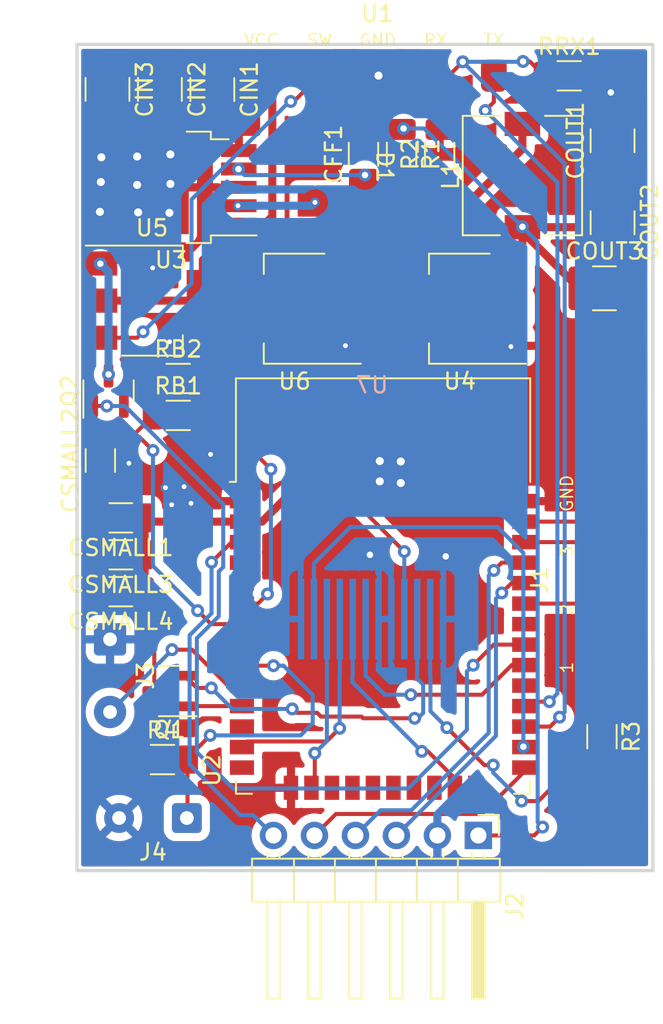
<source format=kicad_pcb>
(kicad_pcb (version 20221018) (generator pcbnew)
  (layers (0 "F.Cu" signal) (31 "B.Cu" signal) (34 "B.Paste" user) (35 "F.Paste" user) (36 "B.SilkS" user "B.Silkscreen") (37 "F.SilkS" user "F.Silkscreen") (38 "B.Mask" user) (39 "F.Mask" user) (44 "Edge.Cuts" user))
  (net 0 "")
  (net 1 "GND")
  (net 2 "Net-(CFF1-Pad1)")
  (net 3 "Net-(D1-Pad1)")
  (net 4 "Net-(R3-Pad1)")
  (net 14 "+5V")
  (net 15 "B+")
  (net 16 "+3.3V")
  (net 17 "BATTERY_VOLTAGE")
  (net 18 "BUTTON_UP")
  (net 19 "BUTTON_DOWN")
  (net 20 "BUTTON_POWER")
  (net 21 "RDX")
  (net 22 "TXD")
  (net 23 "BOOT")
  (net 24 "EN")
  (net 25 "BACKLIGHT_MCU")
  (net 26 "BACKLIGHT_DISPLAY")
  (net 27 "POWER_SWITCH")
  (net 28 "Net-(Q2-Pad3)")
  (net 29 "RX")
  (net 30 "SW")
  (net 31 "TX")
  (net 32 "+1V8")
  (net 34 "BRAKE_SIGNAL")
  (net 35 "TEMP_Sensor")
  (net 37 "SCK")
  (net 39 "SDA")
  (net 40 "CS")
  (net 42 "RST")
  (net 44 "D{slash}C")
  (footprint "KT_Display:SolderWire-1x4-buttons" (layer "F.Cu") (at 171.32 116.37 90)
    (fp_text reference "J1" (at 0 -3.87 90) (layer "F.SilkS"))
    (fp_text value "BUTTON_CONNECTOR")
    (fp_text user "1" (at -5.43 -2.19 90 unlocked) (layer "F.SilkS") (effects (font (size 0.75 0.75) (thickness 0.1))))
    (fp_text user "GND" (at 5.37 -2.19 90 unlocked) (layer "F.SilkS") (effects (font (size 0.75 0.75) (thickness 0.1))))
    (fp_text user "3" (at 1.77 -2.19 90 unlocked) (layer "F.SilkS") (effects (font (size 0.75 0.75) (thickness 0.1))))
    (fp_text user "2" (at -1.83 -2.19 90 unlocked) (layer "F.SilkS") (effects (font (size 0.75 0.75) (thickness 0.1))))
    (pad "1" smd roundrect (at -5.43 0.01 90) (size 1.6 2) (layers "F.Cu" "F.Paste" "F.Mask") (net 18 "BUTTON_UP"))
    (pad "2" smd roundrect (at -1.83 0.01 90) (size 1.6 2) (layers "F.Cu" "F.Paste" "F.Mask") (net 19 "BUTTON_DOWN"))
    (pad "3" smd roundrect (at 1.77 0.01 90) (size 1.6 2) (layers "F.Cu" "F.Mask") (net 20 "BUTTON_POWER"))
    (pad "4" smd rect (at 5.37 0.01 90) (size 1.6 2) (layers "F.Cu" "F.Paste" "F.Mask") (net 1 "GND"))
  )
  (footprint "Capacitor_SMD:C_1210_3225Metric_Pad1.33x2.70mm_HandSolder" (layer "F.Cu") (at 143.9 85.97 -90)
    (fp_text reference "CIN2" (at 0 -2.3 90) (layer "F.SilkS"))
    (fp_text value "C")
    (pad "1" smd roundrect (at -1.5625 0 270) (size 1.325 2.7) (layers "F.Cu" "F.Paste" "F.Mask") (roundrect_rratio 0.1886792453) (net 15 "B+"))
    (pad "2" smd roundrect (at 1.5625 0 270) (size 1.325 2.7) (layers "F.Cu" "F.Paste" "F.Mask") (roundrect_rratio 0.1886792453) (net 1 "GND"))
  )
  (footprint "Package_TO_SOT_SMD:SOT-223-3_TabPin2" (layer "F.Cu") (at 143.408 99.06)
    (fp_text reference "U5" (at 0 -4.5) (layer "F.SilkS"))
    (fp_text value "BTS4140N")
    (pad "1" smd rect (at -3.15 -2.3) (size 2 1.5) (layers "F.Cu" "F.Paste" "F.Mask") (net 28 "Net-(Q2-Pad3)"))
    (pad "2" smd rect (at -3.15 0) (size 2 1.5) (layers "F.Cu" "F.Paste" "F.Mask") (net 15 "B+"))
    (pad "2" smd rect (at 3.15 0) (size 2 3.8) (layers "F.Cu" "F.Paste" "F.Mask") (net 15 "B+"))
    (pad "3" smd rect (at -3.15 2.3) (size 2 1.5) (layers "F.Cu" "F.Paste" "F.Mask") (net 30 "SW"))
  )
  (footprint "Capacitor_SMD:C_1206_3216Metric" (layer "F.Cu") (at 140.208 108.966 90)
    (fp_text reference "CSMALL2" (at 0 -1.85 90) (layer "F.SilkS"))
    (fp_text value "C")
    (pad "1" smd roundrect (at -1.475 0 90) (size 1.15 1.8) (layers "F.Cu" "F.Paste" "F.Mask") (roundrect_rratio 0.2173913043) (net 1 "GND"))
    (pad "2" smd roundrect (at 1.475 0 90) (size 1.15 1.8) (layers "F.Cu" "F.Paste" "F.Mask") (roundrect_rratio 0.2173913043) (net 17 "BATTERY_VOLTAGE"))
  )
  (footprint "Capacitor_SMD:C_1206_3216Metric_Pad1.33x1.80mm_HandSolder" (layer "F.Cu") (at 156.52 89.99 90)
    (fp_text reference "CFF1" (at 0 -1.85 90) (layer "F.SilkS"))
    (fp_text value "C")
    (pad "1" smd roundrect (at -1.5625 0 90) (size 1.325 1.8) (layers "F.Cu" "F.Paste" "F.Mask") (roundrect_rratio 0.1886792453) (net 2 "Net-(CFF1-Pad1)"))
    (pad "2" smd roundrect (at 1.5625 0 90) (size 1.325 1.8) (layers "F.Cu" "F.Paste" "F.Mask") (roundrect_rratio 0.1886792453) (net 14 "+5V"))
  )
  (footprint "Capacitor_SMD:C_1210_3225Metric_Pad1.33x2.70mm_HandSolder" (layer "F.Cu") (at 140.65 85.97 -90)
    (fp_text reference "CIN3" (at 0 -2.3 90) (layer "F.SilkS"))
    (fp_text value "C")
    (pad "1" smd roundrect (at -1.5625 0 270) (size 1.325 2.7) (layers "F.Cu" "F.Paste" "F.Mask") (roundrect_rratio 0.1886792453) (net 15 "B+"))
    (pad "2" smd roundrect (at 1.5625 0 270) (size 1.325 2.7) (layers "F.Cu" "F.Paste" "F.Mask") (roundrect_rratio 0.1886792453) (net 1 "GND"))
  )
  (footprint "Connector_Wire:SolderWire-0.25sqmm_1x02_P4.2mm_D0.65mm_OD1.7mm" (layer "F.Cu") (at 145.57 131.12 180)
    (fp_text reference "J4" (at 2.1 -2.12) (layer "F.SilkS"))
    (fp_text value "THERMISTOR_CONNECTOR")
    (pad "1" thru_hole roundrect (at 0 0 180) (size 1.85 1.85) (drill 0.85) (layers "*.Cu" "*.Mask") (roundrect_rratio 0.1351351351) (net 35 "TEMP_Sensor"))
    (pad "2" thru_hole circle (at 4.2 0 180) (size 1.85 1.85) (drill 0.85) (layers "*.Cu" "*.Mask") (net 1 "GND"))
  )
  (footprint "Capacitor_SMD:C_1206_3216Metric" (layer "F.Cu") (at 141.478 117.094 180)
    (fp_text reference "CSMALL4" (at 0 -1.85) (layer "F.SilkS"))
    (fp_text value "C")
    (pad "1" smd roundrect (at -1.475 0 180) (size 1.15 1.8) (layers "F.Cu" "F.Paste" "F.Mask") (roundrect_rratio 0.2173913043) (net 16 "+3.3V"))
    (pad "2" smd roundrect (at 1.475 0 180) (size 1.15 1.8) (layers "F.Cu" "F.Paste" "F.Mask") (roundrect_rratio 0.2173913043) (net 1 "GND"))
  )
  (footprint "Capacitor_SMD:C_1210_3225Metric_Pad1.33x2.70mm_HandSolder" (layer "F.Cu") (at 171.958 94.234 -90)
    (fp_text reference "COUT2" (at 0 -2.3 90) (layer "F.SilkS"))
    (fp_text value "C")
    (pad "1" smd roundrect (at -1.5625 0 270) (size 1.325 2.7) (layers "F.Cu" "F.Paste" "F.Mask") (roundrect_rratio 0.1886792453) (net 14 "+5V"))
    (pad "2" smd roundrect (at 1.5625 0 270) (size 1.325 2.7) (layers "F.Cu" "F.Paste" "F.Mask") (roundrect_rratio 0.1886792453) (net 1 "GND"))
  )
  (footprint "Capacitor_SMD:C_1210_3225Metric_Pad1.33x2.70mm_HandSolder" (layer "F.Cu") (at 171.45 98.298)
    (fp_text reference "COUT3" (at 0 -2.3) (layer "F.SilkS"))
    (fp_text value "C")
    (pad "1" smd roundrect (at -1.5625 0) (size 1.325 2.7) (layers "F.Cu" "F.Paste" "F.Mask") (roundrect_rratio 0.1886792453) (net 14 "+5V"))
    (pad "2" smd roundrect (at 1.5625 0) (size 1.325 2.7) (layers "F.Cu" "F.Paste" "F.Mask") (roundrect_rratio 0.1886792453) (net 1 "GND"))
  )
  (footprint "KT_Display:S2M" (layer "F.Cu") (at 153.54 90.78 -90)
    (fp_text reference "D1" (at 0 -4.3 -90 unlocked) (layer "F.SilkS"))
    (fp_text value "S310")
    (pad "1" smd rect (at 2.2 0 270) (size 1.75 2.2) (layers "F.Cu" "F.Paste" "F.Mask") (net 3 "Net-(D1-Pad1)"))
    (pad "2" smd rect (at -2.2 0 270) (size 1.75 2.2) (layers "F.Cu" "F.Paste" "F.Mask") (net 1 "GND"))
  )
  (footprint "Connector_Wire:SolderWire-0.25sqmm_1x02_P4.5mm_D0.65mm_OD2mm" (layer "F.Cu") (at 140.81 120.05 -90)
    (fp_text reference "J3" (at 2.25 -2.2 90) (layer "F.SilkS"))
    (fp_text value "Conn_Brake")
    (pad "1" thru_hole roundrect (at 0 0 270) (size 2 2) (drill 0.85) (layers "*.Cu" "*.Mask") (roundrect_rratio 0.125) (net 1 "GND"))
    (pad "2" thru_hole circle (at 4.5 0 270) (size 2 2) (drill 0.85) (layers "*.Cu" "*.Mask") (net 34 "BRAKE_SIGNAL"))
  )
  (footprint "Package_TO_SOT_SMD:SOT-223-3_TabPin2" (layer "F.Cu") (at 162.49 99.56 180)
    (fp_text reference "U4" (at 0 -4.5) (layer "F.SilkS"))
    (fp_text value "NCP1117-3.3_SOT223")
    (pad "1" smd rect (at -3.15 -2.3 180) (size 2 1.5) (layers "F.Cu" "F.Paste" "F.Mask") (net 1 "GND"))
    (pad "2" smd rect (at -3.15 0 180) (size 2 1.5) (layers "F.Cu" "F.Paste" "F.Mask") (net 16 "+3.3V"))
    (pad "2" smd rect (at 3.15 0 180) (size 2 3.8) (layers "F.Cu" "F.Paste" "F.Mask") (net 16 "+3.3V"))
    (pad "3" smd rect (at -3.15 2.3 180) (size 2 1.5) (layers "F.Cu" "F.Paste" "F.Mask") (net 14 "+5V"))
  )
  (footprint "Connector_PinHeader_2.54mm:PinHeader_1x06_P2.54mm_Horizontal" (layer "F.Cu") (at 163.64 132.2 -90)
    (fp_text reference "J2" (at 4.385 -2.27 90) (layer "F.SilkS"))
    (fp_text value "Conn_Programming")
    (pad "1" thru_hole rect (at 0 0 270) (size 1.7 1.7) (drill 1) (layers "*.Cu" "*.Mask") (net 14 "+5V"))
    (pad "2" thru_hole oval (at 0 2.54 270) (size 1.7 1.7) (drill 1) (layers "*.Cu" "*.Mask") (net 1 "GND"))
    (pad "3" thru_hole oval (at 0 5.08 270) (size 1.7 1.7) (drill 1) (layers "*.Cu" "*.Mask") (net 21 "RDX"))
    (pad "4" thru_hole oval (at 0 7.62 270) (size 1.7 1.7) (drill 1) (layers "*.Cu" "*.Mask") (net 22 "TXD"))
    (pad "5" thru_hole oval (at 0 10.16 270) (size 1.7 1.7) (drill 1) (layers "*.Cu" "*.Mask") (net 23 "BOOT"))
    (pad "6" thru_hole oval (at 0 12.7 270) (size 1.7 1.7) (drill 1) (layers "*.Cu" "*.Mask") (net 24 "EN"))
  )
  (footprint "Resistor_SMD:R_1206_3216Metric_Pad1.30x1.75mm_HandSolder" (layer "F.Cu") (at 145.034 103.886)
    (fp_text reference "RB2" (at 0 -1.82) (layer "F.SilkS"))
    (fp_text value "1M")
    (pad "1" smd roundrect (at -1.55 0) (size 1.3 1.75) (layers "F.Cu" "F.Paste" "F.Mask") (roundrect_rratio 0.1923076923) (net 17 "BATTERY_VOLTAGE"))
    (pad "2" smd roundrect (at 1.55 0) (size 1.3 1.75) (layers "F.Cu" "F.Paste" "F.Mask") (roundrect_rratio 0.1923076923) (net 15 "B+"))
  )
  (footprint "Package_TO_SOT_SMD:SOT-223-3_TabPin2" (layer "F.Cu") (at 152.25 99.56 180)
    (fp_text reference "U6" (at 0 -4.5) (layer "F.SilkS"))
    (fp_text value "LM1117-1.8")
    (pad "1" smd rect (at -3.15 -2.3 180) (size 2 1.5) (layers "F.Cu" "F.Paste" "F.Mask") (net 1 "GND"))
    (pad "2" smd rect (at -3.15 0 180) (size 2 1.5) (layers "F.Cu" "F.Paste" "F.Mask") (net 32 "+1V8"))
    (pad "2" smd rect (at 3.15 0 180) (size 2 3.8) (layers "F.Cu" "F.Paste" "F.Mask") (net 32 "+1V8"))
    (pad "3" smd rect (at -3.15 2.3 180) (size 2 1.5) (layers "F.Cu" "F.Paste" "F.Mask") (net 16 "+3.3V"))
  )
  (footprint "Capacitor_SMD:C_1206_3216Metric" (layer "F.Cu") (at 141.478 114.808 180)
    (fp_text reference "CSMALL3" (at 0 -1.85) (layer "F.SilkS"))
    (fp_text value "C")
    (pad "1" smd roundrect (at -1.475 0 180) (size 1.15 1.8) (layers "F.Cu" "F.Paste" "F.Mask") (roundrect_rratio 0.2173913043) (net 16 "+3.3V"))
    (pad "2" smd roundrect (at 1.475 0 180) (size 1.15 1.8) (layers "F.Cu" "F.Paste" "F.Mask") (roundrect_rratio 0.2173913043) (net 1 "GND"))
  )
  (footprint "Resistor_SMD:R_1206_3216Metric_Pad1.30x1.75mm_HandSolder" (layer "F.Cu") (at 158.88 90 -90)
    (fp_text reference "R1" (at 0 -1.82 90) (layer "F.SilkS"))
    (fp_text value "30K")
    (pad "1" smd roundrect (at -1.55 0 270) (size 1.3 1.75) (layers "F.Cu" "F.Paste" "F.Mask") (roundrect_rratio 0.1923076923) (net 14 "+5V"))
    (pad "2" smd roundrect (at 1.55 0 270) (size 1.3 1.75) (layers "F.Cu" "F.Paste" "F.Mask") (roundrect_rratio 0.1923076923) (net 2 "Net-(CFF1-Pad1)"))
  )
  (footprint "Resistor_SMD:R_1206_3216Metric_Pad1.30x1.75mm_HandSolder" (layer "F.Cu") (at 169.27 85.13)
    (fp_text reference "RRX1" (at 0 -1.82) (layer "F.SilkS"))
    (fp_text value "3.3k")
    (pad "1" smd roundrect (at -1.55 0) (size 1.3 1.75) (layers "F.Cu" "F.Paste" "F.Mask") (roundrect_rratio 0.1923076923) (net 29 "RX"))
    (pad "2" smd roundrect (at 1.55 0) (size 1.3 1.75) (layers "F.Cu" "F.Paste" "F.Mask") (roundrect_rratio 0.1923076923) (net 1 "GND"))
  )
  (footprint "Capacitor_SMD:C_1210_3225Metric_Pad1.33x2.70mm_HandSolder" (layer "F.Cu") (at 171.958 89.154 90)
    (fp_text reference "COUT1" (at 0 -2.3 90) (layer "F.SilkS"))
    (fp_text value "C")
    (pad "1" smd roundrect (at -1.5625 0 90) (size 1.325 2.7) (layers "F.Cu" "F.Paste" "F.Mask") (roundrect_rratio 0.1886792453) (net 14 "+5V"))
    (pad "2" smd roundrect (at 1.5625 0 90) (size 1.325 2.7) (layers "F.Cu" "F.Paste" "F.Mask") (roundrect_rratio 0.1886792453) (net 1 "GND"))
  )
  (footprint "Resistor_SMD:R_1206_3216Metric_Pad1.30x1.75mm_HandSolder" (layer "F.Cu") (at 144.06 127.5)
    (fp_text reference "R4" (at 0 -1.82) (layer "F.SilkS"))
    (fp_text value "10K")
    (pad "1" smd roundrect (at -1.55 0) (size 1.3 1.75) (layers "F.Cu" "F.Paste" "F.Mask") (roundrect_rratio 0.1923076923) (net 16 "+3.3V"))
    (pad "2" smd roundrect (at 1.55 0) (size 1.3 1.75) (layers "F.Cu" "F.Paste" "F.Mask") (roundrect_rratio 0.1923076923) (net 35 "TEMP_Sensor"))
  )
  (footprint "Package_TO_SOT_SMD:TO-252-5_TabPin3" (layer "F.Cu") (at 144.59 92.04 180)
    (fp_text reference "U3" (at 0 -4.5) (layer "F.SilkS"))
    (fp_text value "XL7015E1")
    (pad "1" smd rect (at -4.2 -2.28 180) (size 2.2 0.8) (layers "F.Cu" "F.Paste" "F.Mask") (net 15 "B+"))
    (pad "2" smd rect (at -4.2 -1.14 180) (size 2.2 0.8) (layers "F.Cu" "F.Paste" "F.Mask") (net 3 "Net-(D1-Pad1)"))
    (pad "3" smd rect (at -4.2 0 180) (size 2.2 0.8) (layers "F.Cu" "F.Paste" "F.Mask") (net 1 "GND"))
    (pad "3" smd rect (at 2.1 0 180) (size 6.4 5.8) (layers "F.Cu" "F.Mask") (net 1 "GND"))
    (pad "4" smd rect (at -4.2 1.14 180) (size 2.2 0.8) (layers "F.Cu" "F.Paste" "F.Mask") (net 2 "Net-(CFF1-Pad1)"))
    (pad "5" smd rect (at -4.2 2.28 180) (size 2.2 0.8) (layers "F.Cu" "F.Paste" "F.Mask") (net 1 "GND"))
  )
  (footprint "Capacitor_SMD:C_1210_3225Metric_Pad1.33x2.70mm_HandSolder" (layer "F.Cu") (at 147.15 85.98 -90)
    (fp_text reference "CIN1" (at 0 -2.3 90) (layer "F.SilkS"))
    (fp_text value "C")
    (pad "1" smd roundrect (at -1.5625 0 270) (size 1.325 2.7) (layers "F.Cu" "F.Paste" "F.Mask") (roundrect_rratio 0.1886792453) (net 15 "B+"))
    (pad "2" smd roundrect (at 1.5625 0 270) (size 1.325 2.7) (layers "F.Cu" "F.Paste" "F.Mask") (roundrect_rratio 0.1886792453) (net 1 "GND"))
  )
  (footprint "Inductor_SMD:L_7.3x7.3_H3.5" (layer "F.Cu") (at 166.37 91.31 90)
    (fp_text reference "L1" (at 0 -4.45 90) (layer "F.SilkS"))
    (fp_text value "L")
    (pad "1" smd rect (at -3.2 0 90) (size 1.5 2.2) (layers "F.Cu" "F.Paste" "F.Mask") (net 14 "+5V"))
    (pad "2" smd rect (at 3.2 0 90) (size 1.5 2.2) (layers "F.Cu" "F.Paste" "F.Mask") (net 3 "Net-(D1-Pad1)"))
  )
  (footprint "Package_TO_SOT_SMD:SOT-23" (layer "F.Cu") (at 144.49 123.25 180)
    (fp_text reference "Q1" (at 0 -2.4) (layer "F.SilkS"))
    (fp_text value "BSS123")
    (pad "1" smd roundrect (at -0.9375 -0.95 180) (size 1.475 0.6) (layers "F.Cu" "F.Paste" "F.Mask") (net 25 "BACKLIGHT_MCU"))
    (pad "2" smd roundrect (at -0.9375 0.95 180) (size 1.475 0.6) (layers "F.Cu" "F.Paste" "F.Mask") (net 26 "BACKLIGHT_DISPLAY"))
    (pad "3" smd roundrect (at 0.9375 0 180) (size 1.475 0.6) (layers "F.Cu" "F.Paste" "F.Mask") (net 16 "+3.3V"))
  )
  (footprint "KT_Display:SolderWire-1x5-display" (layer "F.Cu") (at 157.38 85.18)
    (fp_text reference "U1" (at 0.01 -3.9) (layer "F.SilkS"))
    (fp_text value "Connection_Display")
    (fp_text user "RX" (at 3.62 -2.26 unlocked) (layer "F.SilkS") (effects (font (size 0.75 0.75) (thickness 0.1))))
    (fp_text user "SW" (at -3.58 -2.26 unlocked) (layer "F.SilkS") (effects (font (size 0.75 0.75) (thickness 0.1))))
    (fp_text user "TX" (at 7.22 -2.26 unlocked) (layer "F.SilkS") (effects (font (size 0.75 0.75) (thickness 0.1))))
    (fp_text user "GND" (at 0.02 -2.26 unlocked) (layer "F.SilkS") (effects (font (size 0.75 0.75) (thickness 0.1))))
    (fp_text user "VCC" (at -7.18 -2.26 unlocked) (layer "F.SilkS") (effects (font (size 0.75 0.75) (thickness 0.1))))
    (pad "1" smd roundrect (at -7.18 -0.06) (size 1.6 2) (layers "F.Cu" "F.Paste" "F.Mask") (net 15 "B+"))
    (pad "2" smd roundrect (at -3.58 -0.06) (size 1.6 2) (layers "F.Cu" "F.Paste" "F.Mask") (net 30 "SW"))
    (pad "3" smd rect (at 0.02 -0.06) (size 1.6 2) (layers "F.Cu" "F.Paste" "F.Mask") (net 1 "GND"))
    (pad "4" smd roundrect (at 3.62 -0.06) (size 1.6 2) (layers "F.Cu" "F.Paste" "F.Mask") (net 29 "RX"))
    (pad "5" smd roundrect (at 7.22 -0.06) (size 1.6 2) (layers "F.Cu" "F.Paste" "F.Mask") (net 31 "TX"))
  )
  (footprint "Resistor_SMD:R_1206_3216Metric_Pad1.30x1.75mm_HandSolder" (layer "F.Cu") (at 171.3 126.08 -90)
    (fp_text reference "R3" (at 0 -1.82 90) (layer "F.SilkS"))
    (fp_text value "5R0")
    (pad "1" smd roundrect (at -1.55 0 270) (size 1.3 1.75) (layers "F.Cu" "F.Paste" "F.Mask") (roundrect_rratio 0.1923076923) (net 4 "Net-(R3-Pad1)"))
    (pad "2" smd roundrect (at 1.55 0 270) (size 1.3 1.75) (layers "F.Cu" "F.Paste" "F.Mask") (roundrect_rratio 0.1923076923) (net 1 "GND"))
  )
  (footprint "RF_Module:ESP32-WROOM-32" (layer "F.Cu") (at 157.734 119.735)
    (fp_text reference "U2" (at -10.61 8.43 90) (layer "F.SilkS"))
    (fp_text value "ESP32-WROOM-32D")
    (pad "1" smd rect (at -8.75 -8.25) (size 1.5 0.9) (layers "F.Cu" "F.Paste" "F.Mask") (net 1 "GND"))
    (pad "2" smd rect (at -8.75 -6.98) (size 1.5 0.9) (layers "F.Cu" "F.Paste" "F.Mask") (net 16 "+3.3V"))
    (pad "3" smd rect (at -8.75 -5.71) (size 1.5 0.9) (layers "F.Cu" "F.Paste" "F.Mask") (net 24 "EN"))
    (pad "4" smd rect (at -8.75 -4.44) (size 1.5 0.9) (layers "F.Cu" "F.Paste" "F.Mask"))
    (pad "5" smd rect (at -8.75 -3.17) (size 1.5 0.9) (layers "F.Cu" "F.Paste" "F.Mask"))
    (pad "6" smd rect (at -8.75 -1.9) (size 1.5 0.9) (layers "F.Cu" "F.Paste" "F.Mask") (net 32 "+1V8"))
    (pad "7" smd rect (at -8.75 -0.63) (size 1.5 0.9) (layers "F.Cu" "F.Paste" "F.Mask") (net 17 "BATTERY_VOLTAGE"))
    (pad "8" smd rect (at -8.75 0.64) (size 1.5 0.9) (layers "F.Cu" "F.Paste" "F.Mask"))
    (pad "9" smd rect (at -8.75 1.91) (size 1.5 0.9) (layers "F.Cu" "F.Paste" "F.Mask") (net 35 "TEMP_Sensor"))
    (pad "10" smd rect (at -8.75 3.18) (size 1.5 0.9) (layers "F.Cu" "F.Paste" "F.Mask") (net 34 "BRAKE_SIGNAL"))
    (pad "11" smd rect (at -8.75 4.45) (size 1.5 0.9) (layers "F.Cu" "F.Paste" "F.Mask") (net 25 "BACKLIGHT_MCU"))
    (pad "12" smd rect (at -8.75 5.72) (size 1.5 0.9) (layers "F.Cu" "F.Paste" "F.Mask"))
    (pad "13" smd rect (at -8.75 6.99) (size 1.5 0.9) (layers "F.Cu" "F.Paste" "F.Mask") (net 37 "SCK"))
    (pad "14" smd rect (at -8.75 8.26) (size 1.5 0.9) (layers "F.Cu" "F.Paste" "F.Mask"))
    (pad "15" smd rect (at -5.71 9.51 90) (size 1.5 0.9) (layers "F.Cu" "F.Paste" "F.Mask") (net 1 "GND"))
    (pad "16" smd rect (at -4.44 9.51 90) (size 1.5 0.9) (layers "F.Cu" "F.Paste" "F.Mask") (net 39 "SDA"))
    (pad "17" smd rect (at -3.17 9.51 90) (size 1.5 0.9) (layers "F.Cu" "F.Paste" "F.Mask"))
    (pad "18" smd rect (at -1.9 9.51 90) (size 1.5 0.9) (layers "F.Cu" "F.Paste" "F.Mask"))
    (pad "19" smd rect (at -0.63 9.51 90) (size 1.5 0.9) (layers "F.Cu" "F.Paste" "F.Mask"))
    (pad "20" smd rect (at 0.64 9.51 90) (size 1.5 0.9) (layers "F.Cu" "F.Paste" "F.Mask"))
    (pad "21" smd rect (at 1.91 9.51 90) (size 1.5 0.9) (layers "F.Cu" "F.Paste" "F.Mask"))
    (pad "22" smd rect (at 3.18 9.51 90) (size 1.5 0.9) (layers "F.Cu" "F.Paste" "F.Mask"))
    (pad "23" smd rect (at 4.45 9.51 90) (size 1.5 0.9) (layers "F.Cu" "F.Paste" "F.Mask") (net 40 "CS"))
    (pad "24" smd rect (at 5.72 9.51 90) (size 1.5 0.9) (layers "F.Cu" "F.Paste" "F.Mask"))
    (pad "25" smd rect (at 8.75 8.26) (size 1.5 0.9) (layers "F.Cu" "F.Paste" "F.Mask") (net 23 "BOOT"))
    (pad "26" smd rect (at 8.75 6.99) (size 1.5 0.9) (layers "F.Cu" "F.Paste" "F.Mask") (net 42 "RST"))
    (pad "27" smd rect (at 8.75 5.72) (size 1.5 0.9) (layers "F.Cu" "F.Paste" "F.Mask") (net 29 "RX"))
    (pad "28" smd rect (at 8.75 4.45) (size 1.5 0.9) (layers "F.Cu" "F.Paste" "F.Mask") (net 31 "TX"))
    (pad "29" smd rect (at 8.75 3.18) (size 1.5 0.9) (layers "F.Cu" "F.Paste" "F.Mask"))
    (pad "30" smd rect (at 8.75 1.91) (size 1.5 0.9) (layers "F.Cu" "F.Paste" "F.Mask") (net 44 "D{slash}C"))
    (pad "31" smd rect (at 8.75 0.64) (size 1.5 0.9) (layers "F.Cu" "F.Paste" "F.Mask") (net 27 "POWER_SWITCH"))
    (pad "32" smd rect (at 8.75 -0.63) (size 1.5 0.9) (layers "F.Cu" "F.Paste" "F.Mask"))
    (pad "33" smd rect (at 8.75 -1.9) (size 1.5 0.9) (layers "F.Cu" "F.Paste" "F.Mask") (net 19 "BUTTON_DOWN"))
    (pad "34" smd rect (at 8.75 -3.17) (size 1.5 0.9) (layers "F.Cu" "F.Paste" "F.Mask") (net 21 "RDX"))
    (pad "35" smd rect (at 8.75 -4.44) (size 1.5 0.9) (layers "F.Cu" "F.Paste" "F.Mask") (net 22 "TXD"))
    (pad "36" smd rect (at 8.75 -5.71) (size 1.5 0.9) (layers "F.Cu" "F.Paste" "F.Mask") (net 20 "BUTTON_POWER"))
    (pad "37" smd rect (at 8.75 -6.98) (size 1.5 0.9) (layers "F.Cu" "F.Paste" "F.Mask") (net 18 "BUTTON_UP"))
    (pad "38" smd rect (at 8.75 -8.25) (size 1.5 0.9) (layers "F.Cu" "F.Paste" "F.Mask") (net 1 "GND"))
  )
  (footprint "Resistor_SMD:R_1206_3216Metric_Pad1.30x1.75mm_HandSolder" (layer "F.Cu") (at 161.24 90 90)
    (fp_text reference "R2" (at 0 -1.82 90) (layer "F.SilkS"))
    (fp_text value "10K")
    (pad "1" smd roundrect (at -1.55 0 90) (size 1.3 1.75) (layers "F.Cu" "F.Paste" "F.Mask") (roundrect_rratio 0.1923076923) (net 2 "Net-(CFF1-Pad1)"))
    (pad "2" smd roundrect (at 1.55 0 90) (size 1.3 1.75) (layers "F.Cu" "F.Paste" "F.Mask") (roundrect_rratio 0.1923076923) (net 1 "GND"))
  )
  (footprint "Package_TO_SOT_SMD:SOT-23" (layer "F.Cu") (at 140.716 104.648 90)
    (fp_text reference "Q2" (at 0 -2.4 90) (layer "F.SilkS"))
    (fp_text value "BSS123")
    (pad "1" smd roundrect (at -0.9375 -0.95 90) (size 1.475 0.6) (layers "F.Cu" "F.Paste" "F.Mask") (net 27 "POWER_SWITCH"))
    (pad "2" smd roundrect (at -0.9375 0.95 90) (size 1.475 0.6) (layers "F.Cu" "F.Paste" "F.Mask") (net 1 "GND"))
    (pad "3" smd roundrect (at 0.9375 0 90) (size 1.475 0.6) (layers "F.Cu" "F.Paste" "F.Mask") (net 28 "Net-(Q2-Pad3)"))
  )
  (footprint "Capacitor_SMD:C_1206_3216Metric" (layer "F.Cu") (at 141.478 112.522 180)
    (fp_text reference "CSMALL1" (at 0 -1.85) (layer "F.SilkS"))
    (fp_text value "C")
    (pad "1" smd roundrect (at -1.475 0 180) (size 1.15 1.8) (layers "F.Cu" "F.Paste" "F.Mask") (roundrect_rratio 0.2173913043) (net 16 "+3.3V"))
    (pad "2" smd roundrect (at 1.475 0 180) (size 1.15 1.8) (layers "F.Cu" "F.Paste" "F.Mask") (roundrect_rratio 0.2173913043) (net 1 "GND"))
  )
  (footprint "Resistor_SMD:R_1206_3216Metric_Pad1.30x1.75mm_HandSolder" (layer "F.Cu") (at 145.034 106.172)
    (fp_text reference "RB1" (at 0 -1.82) (layer "F.SilkS"))
    (fp_text value "56k")
    (pad "1" smd roundrect (at -1.55 0) (size 1.3 1.75) (layers "F.Cu" "F.Paste" "F.Mask") (roundrect_rratio 0.1923076923) (net 17 "BATTERY_VOLTAGE"))
    (pad "2" smd roundrect (at 1.55 0) (size 1.3 1.75) (layers "F.Cu" "F.Paste" "F.Mask") (roundrect_rratio 0.1923076923) (net 1 "GND"))
  )
  (footprint "OSKD:ST7789V2" (layer "B.Cu") (at 157.05 118.79 180)
    (fp_text reference "U7" (at 0 14.5 unlocked) (layer "B.SilkS") (effects (justify mirror)))
    (fp_text value "ST7789VS")
    (pad "1" smd rect (at -4.4 0 180) (size 0.4 5) (layers "B.Cu" "B.Paste" "B.Mask") (net 1 "GND"))
    (pad "1" smd rect (at -1.2 0 180) (size 0.4 5) (layers "B.Cu" "B.Paste" "B.Mask") (net 1 "GND"))
    (pad "1" smd rect (at -0.4 0 180) (size 0.4 5) (layers "B.Cu" "B.Paste" "B.Mask") (net 1 "GND"))
    (pad "1" smd rect (at 4.4 0 180) (size 0.4 5) (layers "B.Cu" "B.Paste" "B.Mask") (net 1 "GND"))
    (pad "2" smd rect (at -3.6 0 180) (size 0.4 5) (layers "B.Cu" "B.Paste" "B.Mask") (net 4 "Net-(R3-Pad1)"))
    (pad "3" smd rect (at -2.8 0 180) (size 0.4 5) (layers "B.Cu" "B.Paste" "B.Mask") (net 26 "BACKLIGHT_DISPLAY"))
    (pad "4" smd rect (at -2 0 180) (size 0.4 5) (layers "B.Cu" "B.Paste" "B.Mask") (net 16 "+3.3V"))
    (pad "5" smd rect (at 0.4 0 180) (size 0.4 5) (layers "B.Cu" "B.Paste" "B.Mask") (net 44 "D{slash}C"))
    (pad "6" smd rect (at 1.2 0 180) (size 0.4 5) (layers "B.Cu" "B.Paste" "B.Mask") (net 40 "CS"))
    (pad "7" smd rect (at 2 0 180) (size 0.4 5) (layers "B.Cu" "B.Paste" "B.Mask") (net 37 "SCK"))
    (pad "8" smd rect (at 2.8 0 180) (size 0.4 5) (layers "B.Cu" "B.Paste" "B.Mask") (net 39 "SDA"))
    (pad "9" smd rect (at 3.6 0 180) (size 0.4 5) (layers "B.Cu" "B.Paste" "B.Mask") (net 42 "RST"))
  )
  (gr_rect (start 138.76 83.18) (end 174.46 134.38) (stroke (width 0.2)) (fill none) (layer "Edge.Cuts"))
  (segment (start 173.0125 96.851) (end 171.958 95.7965) (width 0.25) (layer "F.Cu") (net 1))
  (segment (start 142.49 92.04) (end 142.49 91.89) (width 0.5) (layer "F.Cu") (net 1))
  (segment (start 142.49 91.89) (end 142.49 90.13) (width 0.5) (layer "F.Cu") (net 1))
  (segment (start 171.85 86.16) (end 171.958 86.268) (width 0.25) (layer "F.Cu") (net 1))
  (segment (start 142.49 89.3725) (end 140.65 87.5325) (width 0.5) (layer "F.Cu") (net 1))
  (segment (start 142.49 90.13) (end 142.49 89.3725) (width 0.5) (layer "F.Cu") (net 1))
  (segment (start 170.82 85.13) (end 171.85 86.16) (width 0.25) (layer "F.Cu") (net 1))
  (segment (start 173.0125 98.298) (end 173.0125 96.851) (width 0.25) (layer "F.Cu") (net 1))
  (segment (start 171.958 86.268) (end 171.958 87.5915) (width 0.25) (layer "F.Cu") (net 1))
  (via (at 155.4 101.85) (size 0.6) (drill 0.3) (layers "F.Cu" "B.Cu") (net 1))
  (via (at 171.85 86.16) (size 0.8) (drill 0.4) (layers "F.Cu" "B.Cu") (net 1))
  (via (at 141.98 109.14) (size 0.6) (drill 0.3) (layers "F.Cu" "B.Cu") (net 1))
  (via (at 140.27 90.18) (size 1) (drill 0.5) (layers "F.Cu" "B.Cu") (net 1))
  (via (at 158.83 109.03) (size 1) (drill 0.5) (layers "F.Cu" "B.Cu") (net 1))
  (via (at 165.66 101.91) (size 0.6) (drill 0.3) (layers "F.Cu" "B.Cu") (net 1))
  (via (at 142.49 90.13) (size 1) (drill 0.5) (layers "F.Cu" "B.Cu") (net 1))
  (via (at 157.45 85.12) (size 1) (drill 0.5) (layers "F.Cu" "B.Cu") (net 1))
  (via (at 144.49 93.62) (size 1) (drill 0.5) (layers "F.Cu" "B.Cu") (net 1))
  (via (at 144.55 91.83) (size 1) (drill 0.5) (layers "F.Cu" "B.Cu") (net 1))
  (via (at 142.49 91.89) (size 1) (drill 0.5) (layers "F.Cu" "B.Cu") (net 1))
  (via (at 157.53 110.26) (size 1) (drill 0.5) (layers "F.Cu" "B.Cu") (net 1))
  (via (at 144.55 90) (size 1) (drill 0.5) (layers "F.Cu" "B.Cu") (net 1))
  (via (at 140.18 93.56) (size 1) (drill 0.5) (layers "F.Cu" "B.Cu") (net 1))
  (via (at 143.45 97.03) (size 0.6) (drill 0.3) (layers "F.Cu" "B.Cu") (net 1))
  (via (at 161.62 114.91) (size 0.8) (drill 0.4) (layers "F.Cu" "B.Cu") (net 1))
  (via (at 145.4 110.59) (size 0.6) (drill 0.3) (layers "F.Cu" "B.Cu") (net 1))
  (via (at 144.63 111.71) (size 0.6) (drill 0.3) (layers "F.Cu" "B.Cu") (net 1))
  (via (at 156.92 114.81) (size 0.8) (drill 0.4) (layers "F.Cu" "B.Cu") (net 1))
  (via (at 145.83 111.62) (size 0.6) (drill 0.3) (layers "F.Cu" "B.Cu") (net 1))
  (via (at 140.24 91.71) (size 1) (drill 0.5) (layers "F.Cu" "B.Cu") (net 1))
  (via (at 147.04 108.59) (size 0.6) (drill 0.3) (layers "F.Cu" "B.Cu") (net 1))
  (via (at 144.5 101.61) (size 0.6) (drill 0.3) (layers "F.Cu" "B.Cu") (net 1))
  (via (at 157.53 109) (size 1) (drill 0.5) (layers "F.Cu" "B.Cu") (net 1))
  (via (at 144.24 110.65) (size 0.6) (drill 0.3) (layers "F.Cu" "B.Cu") (net 1))
  (via (at 158.83 110.36) (size 1) (drill 0.5) (layers "F.Cu" "B.Cu") (net 1))
  (via (at 142.55 93.59) (size 1) (drill 0.5) (layers "F.Cu" "B.Cu") (net 1))
  (segment (start 158.25 116.14) (end 156.92 114.81) (width 0.25) (layer "B.Cu") (net 1))
  (segment (start 158.25 118.79) (end 158.25 116.14) (width 0.25) (layer "B.Cu") (net 1))
  (segment (start 161.45 118.79) (end 161.45 115.08) (width 0.25) (layer "B.Cu") (net 1))
  (segment (start 161.45 115.08) (end 161.62 114.91) (width 0.25) (layer "B.Cu") (net 1))
  (segment (start 156.61 91.28) (end 156.63 91.26) (width 0.25) (layer "F.Cu") (net 2))
  (segment (start 158.88 91.55) (end 161.24 91.55) (width 0.25) (layer "F.Cu") (net 2))
  (segment (start 156.63 91.26) (end 159.15 91.26) (width 0.25) (layer "F.Cu") (net 2))
  (via (at 156.61 91.28) (size 0.8) (drill 0.4) (layers "F.Cu" "B.Cu") (net 2))
  (via (at 148.77 90.91) (size 0.8) (drill 0.4) (layers "F.Cu" "B.Cu") (net 2))
  (segment (start 156.61 91.28) (end 149.14 91.28) (width 0.25) (layer "B.Cu") (net 2))
  (segment (start 149.14 91.28) (end 148.77 90.91) (width 0.25) (layer "B.Cu") (net 2))
  (segment (start 153.54 92.98) (end 163.052 92.98) (width 0.5) (layer "F.Cu") (net 3))
  (segment (start 163.052 92.98) (end 166.37 89.662) (width 0.5) (layer "F.Cu") (net 3))
  (segment (start 166.37 89.662) (end 166.37 88.11) (width 0.5) (layer "F.Cu") (net 3))
  (via (at 148.74 93.18) (size 0.6) (drill 0.3) (layers "F.Cu" "B.Cu") (net 3))
  (via (at 153.51 92.97) (size 0.6) (drill 0.3) (layers "F.Cu" "B.Cu") (net 3))
  (segment (start 153.3 93.18) (end 153.51 92.97) (width 0.5) (layer "B.Cu") (net 3))
  (segment (start 148.74 93.18) (end 153.3 93.18) (width 0.5) (layer "B.Cu") (net 3))
  (segment (start 164.01 127.84) (end 164.56 127.84) (width 0.25) (layer "F.Cu") (net 4))
  (segment (start 167.36 130.07) (end 168.96 128.47) (width 0.25) (layer "F.Cu") (net 4))
  (segment (start 168.96 128.47) (end 168.96 126.87) (width 0.25) (layer "F.Cu") (net 4))
  (segment (start 168.96 126.87) (end 171.3 124.53) (width 0.25) (layer "F.Cu") (net 4))
  (segment (start 161.69 125.52) (end 164.01 127.84) (width 0.25) (layer "F.Cu") (net 4))
  (segment (start 166.32 130.07) (end 167.36 130.07) (width 0.25) (layer "F.Cu") (net 4))
  (via (at 164.56 127.84) (size 0.8) (drill 0.4) (layers "F.Cu" "B.Cu") (net 4))
  (via (at 161.69 125.52) (size 0.8) (drill 0.4) (layers "F.Cu" "B.Cu") (net 4))
  (via (at 166.32 130.07) (size 0.8) (drill 0.4) (layers "F.Cu" "B.Cu") (net 4))
  (segment (start 160.65 118.79) (end 160.65 122.28) (width 0.25) (layer "B.Cu") (net 4))
  (segment (start 160.65 122.28) (end 160.67 122.3) (width 0.25) (layer "B.Cu") (net 4))
  (segment (start 160.67 124.5) (end 161.69 125.52) (width 0.25) (layer "B.Cu") (net 4))
  (segment (start 160.67 122.3) (end 160.67 124.5) (width 0.25) (layer "B.Cu") (net 4))
  (segment (start 164.56 128.31) (end 166.32 130.07) (width 0.25) (layer "B.Cu") (net 4))
  (segment (start 164.56 127.84) (end 164.56 128.31) (width 0.25) (layer "B.Cu") (net 4))
  (segment (start 167.1 132.2) (end 167.62 131.68) (width 0.25) (layer "F.Cu") (net 14))
  (segment (start 163.64 132.2) (end 167.1 132.2) (width 0.25) (layer "F.Cu") (net 14))
  (segment (start 170.1195 94.51) (end 166.37 94.51) (width 0.5) (layer "F.Cu") (net 14))
  (segment (start 166.37 94.51) (end 166.37 96.53) (width 0.5) (layer "F.Cu") (net 14))
  (segment (start 166.37 94.7805) (end 169.8875 98.298) (width 0.5) (layer "F.Cu") (net 14))
  (segment (start 166.37 96.53) (end 165.64 97.26) (width 0.5) (layer "F.Cu") (net 14))
  (segment (start 166.37 94.51) (end 166.37 94.7805) (width 0.5) (layer "F.Cu") (net 14))
  (segment (start 159.004 88.392) (end 156.5555 88.392) (width 0.25) (layer "F.Cu") (net 14))
  (segment (start 156.5555 88.392) (end 156.52 88.4275) (width 0.25) (layer "F.Cu") (net 14))
  (segment (start 171.958 92.6715) (end 170.1195 94.51) (width 0.5) (layer "F.Cu") (net 14))
  (segment (start 171.958 90.7165) (end 171.958 92.6715) (width 0.5) (layer "F.Cu") (net 14))
  (via (at 159.004 88.392) (size 0.8) (drill 0.4) (layers "F.Cu" "B.Cu") (net 14))
  (via (at 167.62 131.68) (size 0.8) (drill 0.4) (layers "F.Cu" "B.Cu") (net 14))
  (via (at 166.37 94.488) (size 0.8) (drill 0.4) (layers "F.Cu" "B.Cu") (net 14))
  (segment (start 166.37 94.488) (end 160.274 88.392) (width 0.25) (layer "B.Cu") (net 14))
  (segment (start 167.315 95.433) (end 166.37 94.488) (width 0.25) (layer "B.Cu") (net 14))
  (segment (start 167.315 131.375) (end 167.315 95.433) (width 0.25) (layer "B.Cu") (net 14))
  (segment (start 167.62 131.68) (end 167.315 131.375) (width 0.25) (layer "B.Cu") (net 14))
  (segment (start 160.274 88.392) (end 159.004 88.392) (width 0.25) (layer "B.Cu") (net 14))
  (segment (start 143.9 84.4075) (end 147.14 84.4075) (width 0.5) (layer "F.Cu") (net 15))
  (segment (start 140.258 99.06) (end 146.558 99.06) (width 0.5) (layer "F.Cu") (net 15))
  (segment (start 146.584 103.886) (end 146.558 103.86) (width 0.25) (layer "F.Cu") (net 15))
  (segment (start 147.15 84.4175) (end 149.4975 84.4175) (width 0.5) (layer "F.Cu") (net 15))
  (segment (start 146.558 103.86) (end 146.558 99.06) (width 0.25) (layer "F.Cu") (net 15))
  (segment (start 140.65 84.4075) (end 143.9 84.4075) (width 0.5) (layer "F.Cu") (net 15))
  (segment (start 150.87 85.79) (end 150.2 85.12) (width 0.5) (layer "F.Cu") (net 15))
  (segment (start 149.4975 84.4175) (end 150.2 85.12) (width 0.5) (layer "F.Cu") (net 15))
  (segment (start 148.79 94.32) (end 150.39 94.32) (width 0.5) (layer "F.Cu") (net 15))
  (segment (start 150.87 93.84) (end 150.87 85.79) (width 0.5) (layer "F.Cu") (net 15))
  (segment (start 146.558 96.552) (end 148.79 94.32) (width 0.5) (layer "F.Cu") (net 15))
  (segment (start 146.558 99.06) (end 146.558 96.552) (width 0.5) (layer "F.Cu") (net 15))
  (segment (start 147.14 84.4075) (end 147.15 84.4175) (width 0.5) (layer "F.Cu") (net 15))
  (segment (start 150.39 94.32) (end 150.87 93.84) (width 0.5) (layer "F.Cu") (net 15))
  (segment (start 142.953 117.094) (end 142.953 114.808) (width 0.5) (layer "F.Cu") (net 16))
  (segment (start 157.07 97.26) (end 155.4 97.26) (width 0.5) (layer "F.Cu") (net 16))
  (segment (start 159.34 103.649) (end 153.7395 109.2495) (width 0.5) (layer "F.Cu") (net 16))
  (segment (start 142.51 124.2925) (end 143.5525 123.25) (width 0.25) (layer "F.Cu") (net 16))
  (segment (start 165.64 99.56) (end 159.34 99.56) (width 0.5) (layer "F.Cu") (net 16))
  (segment (start 142.51 127.41) (end 142.51 124.2925) (width 0.25) (layer "F.Cu") (net 16))
  (segment (start 159.34 99.56) (end 159.34 103.649) (width 0.5) (layer "F.Cu") (net 16))
  (segment (start 143.5525 123.25) (end 143.5525 117.6935) (width 0.25) (layer "F.Cu") (net 16))
  (segment (start 153.7395 109.2495) (end 150.234 112.755) (width 0.5) (layer "F.Cu") (net 16))
  (segment (start 159.34 99.53) (end 157.07 97.26) (width 0.5) (layer "F.Cu") (net 16))
  (segment (start 142.953 112.522) (end 142.953 114.808) (width 0.5) (layer "F.Cu") (net 16))
  (segment (start 158.648 99.568) (end 158.648 98.704) (width 0.5) (layer "F.Cu") (net 16))
  (segment (start 159.34 99.56) (end 159.34 99.53) (width 0.5) (layer "F.Cu") (net 16))
  (segment (start 143.186 112.755) (end 148.984 112.755) (width 0.5) (layer "F.Cu") (net 16))
  (segment (start 159.05 114.61) (end 153.7395 109.2995) (width 0.25) (layer "F.Cu") (net 16))
  (segment (start 150.234 112.755) (end 148.984 112.755) (width 0.5) (layer "F.Cu") (net 16))
  (segment (start 153.7395 109.2995) (end 153.7395 109.2495) (width 0.25) (layer "F.Cu") (net 16))
  (segment (start 142.953 112.522) (end 143.186 112.755) (width 0.5) (layer "F.Cu") (net 16))
  (segment (start 143.5525 117.6935) (end 142.953 117.094) (width 0.25) (layer "F.Cu") (net 16))
  (via (at 159.05 114.61) (size 0.8) (drill 0.4) (layers "F.Cu" "B.Cu") (net 16))
  (segment (start 159.05 118.79) (end 159.05 114.61) (width 0.25) (layer "B.Cu") (net 16))
  (segment (start 140.208 107.491) (end 142.165 107.491) (width 0.25) (layer "F.Cu") (net 17))
  (segment (start 143.484 103.886) (end 143.484 106.172) (width 0.25) (layer "F.Cu") (net 17))
  (segment (start 142.611 107.491) (end 143.47 108.35) (width 0.25) (layer "F.Cu") (net 17))
  (segment (start 147.075 119.105) (end 146.24 118.27) (width 0.25) (layer "F.Cu") (net 17))
  (segment (start 148.984 119.105) (end 147.075 119.105) (width 0.25) (layer "F.Cu") (net 17))
  (segment (start 142.165 107.491) (end 142.611 107.491) (width 0.25) (layer "F.Cu") (net 17))
  (segment (start 142.165 107.491) (end 143.484 106.172) (width 0.25) (layer "F.Cu") (net 17))
  (via (at 143.47 108.35) (size 0.8) (drill 0.4) (layers "F.Cu" "B.Cu") (net 17))
  (via (at 146.24 118.27) (size 0.8) (drill 0.4) (layers "F.Cu" "B.Cu") (net 17))
  (segment (start 143.47 115.5) (end 143.47 108.35) (width 0.25) (layer "B.Cu") (net 17))
  (segment (start 146.24 118.27) (end 143.47 115.5) (width 0.25) (layer "B.Cu") (net 17))
  (segment (start 172.655 113.899695) (end 171.510305 112.755) (width 0.25) (layer "F.Cu") (net 18))
  (segment (start 172.655 120.475) (end 172.655 113.899695) (width 0.25) (layer "F.Cu") (net 18))
  (segment (start 171.510305 112.755) (end 166.484 112.755) (width 0.25) (layer "F.Cu") (net 18))
  (segment (start 171.33 121.8) (end 172.655 120.475) (width 0.25) (layer "F.Cu") (net 18))
  (segment (start 166.484 117.835) (end 170.965 117.835) (width 0.25) (layer "F.Cu") (net 19))
  (segment (start 170.965 117.835) (end 171.33 118.2) (width 0.25) (layer "F.Cu") (net 19))
  (segment (start 166.484 114.025) (end 170.755 114.025) (width 0.25) (layer "F.Cu") (net 20))
  (segment (start 170.755 114.025) (end 171.33 114.6) (width 0.25) (layer "F.Cu") (net 20))
  (segment (start 165.09 117.17) (end 165.695 116.565) (width 0.25) (layer "F.Cu") (net 21))
  (segment (start 165.695 116.565) (end 166.484 116.565) (width 0.25) (layer "F.Cu") (net 21))
  (via (at 165.09 117.17) (size 0.8) (drill 0.4) (layers "F.Cu" "B.Cu") (net 21))
  (segment (start 158.56 132.2) (end 164.73 126.03) (width 0.25) (layer "B.Cu") (net 21))
  (segment (start 164.73 126.03) (end 164.73 118.11) (width 0.25) (layer "B.Cu") (net 21))
  (segment (start 164.73 117.53) (end 165.09 117.17) (width 0.25) (layer "B.Cu") (net 21))
  (segment (start 164.73 118.11) (end 164.73 117.53) (width 0.25) (layer "B.Cu") (net 21))
  (segment (start 165.085 115.295) (end 164.6 115.78) (width 0.25) (layer "F.Cu") (net 22))
  (segment (start 166.484 115.295) (end 165.085 115.295) (width 0.25) (layer "F.Cu") (net 22))
  (via (at 164.6 115.78) (size 0.8) (drill 0.4) (layers "F.Cu" "B.Cu") (net 22))
  (segment (start 163.466802 126.656802) (end 164.28 125.843604) (width 0.25) (layer "B.Cu") (net 22))
  (segment (start 159.483604 130.64) (end 163.466802 126.656802) (width 0.25) (layer "B.Cu") (net 22))
  (segment (start 158.29 130.64) (end 159.483604 130.64) (width 0.25) (layer "B.Cu") (net 22))
  (segment (start 164.28 116.1) (end 164.6 115.78) (width 0.25) (layer "B.Cu") (net 22))
  (segment (start 157.58 130.64) (end 158.29 130.64) (width 0.25) (layer "B.Cu") (net 22))
  (segment (start 164.28 119.19) (end 164.28 116.1) (width 0.25) (layer "B.Cu") (net 22))
  (segment (start 156.02 132.2) (end 157.58 130.64) (width 0.25) (layer "B.Cu") (net 22))
  (segment (start 164.28 125.843604) (end 164.28 119.19) (width 0.25) (layer "B.Cu") (net 22))
  (segment (start 163.86 130.87) (end 166.484 128.246) (width 0.25) (layer "F.Cu") (net 23))
  (segment (start 154.81 130.87) (end 163.86 130.87) (width 0.25) (layer "F.Cu") (net 23))
  (segment (start 166.484 128.246) (end 166.484 127.995) (width 0.25) (layer "F.Cu") (net 23))
  (segment (start 153.48 132.2) (end 154.81 130.87) (width 0.25) (layer "F.Cu") (net 23))
  (segment (start 148.345 114.025) (end 147.1 115.27) (width 0.25) (layer "F.Cu") (net 24))
  (segment (start 148.984 114.025) (end 148.345 114.025) (width 0.25) (layer "F.Cu") (net 24))
  (via (at 147.1 115.27) (size 0.8) (drill 0.4) (layers "F.Cu" "B.Cu") (net 24))
  (segment (start 149.68 130.94) (end 148.88 130.94) (width 0.25) (layer "B.Cu") (net 24))
  (segment (start 145.74 127.8) (end 145.74 119.795305) (width 0.25) (layer "B.Cu") (net 24))
  (segment (start 147.1 118.435305) (end 147.1 115.27) (width 0.25) (layer "B.Cu") (net 24))
  (segment (start 145.74 119.795305) (end 147.1 118.435305) (width 0.25) (layer "B.Cu") (net 24))
  (segment (start 148.88 130.94) (end 145.74 127.8) (width 0.25) (layer "B.Cu") (net 24))
  (segment (start 150.94 132.2) (end 149.68 130.94) (width 0.25) (layer "B.Cu") (net 24))
  (segment (start 145.4425 124.185) (end 148.984 124.185) (width 0.25) (layer "F.Cu") (net 25))
  (segment (start 145.4275 124.2) (end 145.4425 124.185) (width 0.25) (layer "F.Cu") (net 25))
  (segment (start 146.1875 123.06) (end 145.4275 122.3) (width 0.25) (layer "F.Cu") (net 26))
  (segment (start 152.34 124.6) (end 152.1 124.36) (width 0.25) (layer "F.Cu") (net 26))
  (segment (start 147.09 123.06) (end 146.1875 123.06) (width 0.25) (layer "F.Cu") (net 26))
  (segment (start 153.65 124.6) (end 152.34 124.6) (width 0.25) (layer "F.Cu") (net 26))
  (segment (start 156.395 124.835) (end 153.885 124.835) (width 0.25) (layer "F.Cu") (net 26))
  (segment (start 159.69 124.94) (end 156.5 124.94) (width 0.25) (layer "F.Cu") (net 26))
  (segment (start 156.5 124.94) (end 156.395 124.835) (width 0.25) (layer "F.Cu") (net 26))
  (segment (start 153.885 124.835) (end 153.65 124.6) (width 0.25) (layer "F.Cu") (net 26))
  (segment (start 156.5 124.94) (end 156.47 124.91) (width 0.25) (layer "F.Cu") (net 26))
  (via (at 152.1 124.36) (size 0.8) (drill 0.4) (layers "F.Cu" "B.Cu") (net 26))
  (via (at 147.09 123.06) (size 0.8) (drill 0.4) (layers "F.Cu" "B.Cu") (net 26))
  (via (at 159.69 124.94) (size 0.8) (drill 0.4) (layers "F.Cu" "B.Cu") (net 26))
  (segment (start 159.85 122.18) (end 159.84 122.19) (width 0.25) (layer "B.Cu") (net 26))
  (segment (start 160.22 124.61) (end 159.89 124.94) (width 0.25) (layer "B.Cu") (net 26))
  (segment (start 159.85 118.79) (end 159.85 122.18) (width 0.25) (layer "B.Cu") (net 26))
  (segment (start 160.22 122.86) (end 160.22 124.61) (width 0.25) (layer "B.Cu") (net 26))
  (segment (start 152.1 124.36) (end 148.39 124.36) (width 0.25) (layer "B.Cu") (net 26))
  (segment (start 148.39 124.36) (end 147.09 123.06) (width 0.25) (layer "B.Cu") (net 26))
  (segment (start 159.84 122.19) (end 159.84 122.48) (width 0.25) (layer "B.Cu") (net 26))
  (segment (start 159.84 122.48) (end 160.22 122.86) (width 0.25) (layer "B.Cu") (net 26))
  (segment (start 159.89 124.94) (end 159.69 124.94) (width 0.25) (layer "B.Cu") (net 26))
  (segment (start 166.484 120.375) (end 164.595 120.375) (width 0.25) (layer "F.Cu") (net 27))
  (segment (start 139.766 105.5855) (end 140.6055 105.5855) (width 0.25) (layer "F.Cu") (net 27))
  (segment (start 164.595 120.375) (end 163.32 121.65) (width 0.25) (layer "F.Cu") (net 27))
  (segment (start 140.6055 105.5855) (end 140.61 105.59) (width 0.25) (layer "F.Cu") (net 27))
  (via (at 163.32 121.65) (size 0.8) (drill 0.4) (layers "F.Cu" "B.Cu") (net 27))
  (via (at 140.61 105.59) (size 0.8) (drill 0.4) (layers "F.Cu" "B.Cu") (net 27))
  (segment (start 147.825 115.570305) (end 147.55 115.845305) (width 0.25) (layer "B.Cu") (net 27))
  (segment (start 162.93 122.04) (end 163.32 121.65) (width 0.25) (layer "B.Cu") (net 27))
  (segment (start 147.825 111.679695) (end 147.825 115.570305) (width 0.25) (layer "B.Cu") (net 27))
  (segment (start 140.61 105.59) (end 141.735305 105.59) (width 0.25) (layer "B.Cu") (net 27))
  (segment (start 159.29 129.29) (end 162.93 125.65) (width 0.25) (layer "B.Cu") (net 27))
  (segment (start 146.19 127.04) (end 148.44 129.29) (width 0.25) (layer "B.Cu") (net 27))
  (segment (start 162.93 125.65) (end 162.93 122.04) (width 0.25) (layer "B.Cu") (net 27))
  (segment (start 148.44 129.29) (end 159.29 129.29) (width 0.25) (layer "B.Cu") (net 27))
  (segment (start 147.55 115.845305) (end 147.55 118.621701) (width 0.25) (layer "B.Cu") (net 27))
  (segment (start 141.735305 105.59) (end 147.825 111.679695) (width 0.25) (layer "B.Cu") (net 27))
  (segment (start 146.19 119.981701) (end 146.19 127.04) (width 0.25) (layer "B.Cu") (net 27))
  (segment (start 147.55 118.621701) (end 146.19 119.981701) (width 0.25) (layer "B.Cu") (net 27))
  (via (at 140.208 96.774) (size 0.8) (drill 0.4) (layers "F.Cu" "B.Cu") (net 28))
  (via (at 140.716 103.632) (size 0.8) (drill 0.4) (layers "F.Cu" "B.Cu") (net 28))
  (segment (start 140.716 97.282) (end 140.208 96.774) (width 0.5) (layer "B.Cu") (net 28))
  (segment (start 140.716 103.632) (end 140.716 97.282) (width 0.5) (layer "B.Cu") (net 28))
  (segment (start 162.67 84.26) (end 161.81 85.12) (width 0.25) (layer "F.Cu") (net 29))
  (segment (start 166.41 84.24) (end 166.83 84.24) (width 0.25) (layer "F.Cu") (net 29))
  (segment (start 168.67 124.87) (end 168.085 125.455) (width 0.25) (layer "F.Cu") (net 29))
  (segment (start 168.085 125.455) (end 166.484 125.455) (width 0.25) (layer "F.Cu") (net 29))
  (segment (start 161.81 85.12) (end 161 85.12) (width 0.25) (layer "F.Cu") (net 29))
  (segment (start 166.83 84.24) (end 167.72 85.13) (width 0.25) (layer "F.Cu") (net 29))
  (via (at 168.67 124.87) (size 0.8) (drill 0.4) (layers "F.Cu" "B.Cu") (net 29))
  (via (at 166.41 84.24) (size 0.8) (drill 0.4) (layers "F.Cu" "B.Cu") (net 29))
  (via (at 162.67 84.26) (size 0.8) (drill 0.4) (layers "F.Cu" "B.Cu") (net 29))
  (segment (start 168.99 90.58) (end 168.99 124.55) (width 0.25) (layer "B.Cu") (net 29))
  (segment (start 166.39 84.26) (end 166.41 84.24) (width 0.25) (layer "B.Cu") (net 29))
  (segment (start 162.67 84.26) (end 168.99 90.58) (width 0.25) (layer "B.Cu") (net 29))
  (segment (start 162.67 84.26) (end 166.39 84.26) (width 0.25) (layer "B.Cu") (net 29))
  (segment (start 168.99 124.55) (end 168.67 124.87) (width 0.25) (layer "B.Cu") (net 29))
  (segment (start 152.2 86.72) (end 153.8 85.12) (width 0.25) (layer "F.Cu") (net 30))
  (segment (start 142.49 101.36) (end 142.86 100.99) (width 0.25) (layer "F.Cu") (net 30))
  (segment (start 140.258 101.36) (end 142.49 101.36) (width 0.25) (layer "F.Cu") (net 30))
  (segment (start 152.01 86.72) (end 152.2 86.72) (width 0.25) (layer "F.Cu") (net 30))
  (via (at 142.86 100.99) (size 0.8) (drill 0.4) (layers "F.Cu" "B.Cu") (net 30))
  (via (at 152.01 86.72) (size 0.8) (drill 0.4) (layers "F.Cu" "B.Cu") (net 30))
  (segment (start 142.86 100.99) (end 145.86 97.99) (width 0.25) (layer "B.Cu") (net 30))
  (segment (start 151.934695 86.72) (end 152.01 86.72) (width 0.25) (layer "B.Cu") (net 30))
  (segment (start 145.86 97.99) (end 145.86 92.794695) (width 0.25) (layer "B.Cu") (net 30))
  (segment (start 145.86 92.794695) (end 151.934695 86.72) (width 0.25) (layer "B.Cu") (net 30))
  (segment (start 164.6 86.75) (end 164.07 87.28) (width 0.25) (layer "F.Cu") (net 31))
  (segment (start 166.759 123.91) (end 166.484 124.185) (width 0.25) (layer "F.Cu") (net 31))
  (segment (start 164.6 85.12) (end 164.6 86.75) (width 0.25) (layer "F.Cu") (net 31))
  (segment (start 168.04 123.91) (end 166.759 123.91) (width 0.25) (layer "F.Cu") (net 31))
  (via (at 168.04 123.91) (size 0.8) (drill 0.4) (layers "F.Cu" "B.Cu") (net 31))
  (via (at 164.07 87.28) (size 0.8) (drill 0.4) (layers "F.Cu" "B.Cu") (net 31))
  (segment (start 168.54 91.75) (end 168.54 94.64) (width 0.25) (layer "B.Cu") (net 31))
  (segment (start 164.07 87.28) (end 168.54 91.75) (width 0.25) (layer "B.Cu") (net 31))
  (segment (start 168.41 123.54) (end 168.04 123.91) (width 0.25) (layer "B.Cu") (net 31))
  (segment (start 168.41 123.53) (end 168.41 123.54) (width 0.25) (layer "B.Cu") (net 31))
  (segment (start 168.54 94.64) (end 168.54 123.4) (width 0.25) (layer "B.Cu") (net 31))
  (segment (start 168.54 123.4) (end 168.41 123.53) (width 0.25) (layer "B.Cu") (net 31))
  (segment (start 148.984 117.835) (end 149.975 117.835) (width 0.25) (layer "F.Cu") (net 32))
  (segment (start 149.1 99.56) (end 149.1 107.83) (width 0.25) (layer "F.Cu") (net 32))
  (segment (start 149.1 107.83) (end 150.78 109.51) (width 0.25) (layer "F.Cu") (net 32))
  (segment (start 149.975 117.835) (end 150.57 117.24) (width 0.25) (layer "F.Cu") (net 32))
  (segment (start 156.058 99.568) (end 149.758 99.568) (width 0.5) (layer "F.Cu") (net 32))
  (via (at 150.78 109.51) (size 0.8) (drill 0.4) (layers "F.Cu" "B.Cu") (net 32))
  (via (at 150.57 117.24) (size 0.8) (drill 0.4) (layers "F.Cu" "B.Cu") (net 32))
  (segment (start 150.78 117.03) (end 150.57 117.24) (width 0.25) (layer "B.Cu") (net 32))
  (segment (start 150.78 109.51) (end 150.78 117.03) (width 0.25) (layer "B.Cu") (net 32))
  (segment (start 145.89 120.69) (end 148.115 122.915) (width 0.25) (layer "F.Cu") (net 34))
  (segment (start 148.115 122.915) (end 148.984 122.915) (width 0.25) (layer "F.Cu") (net 34))
  (segment (start 144.65 120.69) (end 145.89 120.69) (width 0.25) (layer "F.Cu") (net 34))
  (via (at 144.65 120.69) (size 0.8) (drill 0.4) (layers "F.Cu" "B.Cu") (net 34))
  (segment (start 140.81 124.55) (end 144.65 120.71) (width 0.25) (layer "B.Cu") (net 34))
  (segment (start 144.65 120.71) (end 144.65 120.69) (width 0.25) (layer "B.Cu") (net 34))
  (segment (start 145.57 131.12) (end 145.61 131.08) (width 0.25) (layer "F.Cu") (net 35))
  (segment (start 145.61 127.41) (end 147.02 126) (width 0.25) (layer "F.Cu") (net 35))
  (segment (start 149.019 121.68) (end 148.984 121.645) (width 0.25) (layer "F.Cu") (net 35))
  (segment (start 150.94 121.68) (end 149.019 121.68) (width 0.25) (layer "F.Cu") (net 35))
  (segment (start 145.61 131.08) (end 145.61 127.41) (width 0.25) (layer "F.Cu") (net 35))
  (via (at 150.94 121.68) (size 0.8) (drill 0.4) (layers "F.Cu" "B.Cu") (net 35))
  (via (at 147.02 126) (size 0.8) (drill 0.4) (layers "F.Cu" "B.Cu") (net 35))
  (segment (start 151.56 121.68) (end 150.94 121.68) (width 0.25) (layer "B.Cu") (net 35))
  (segment (start 153.37 123.49) (end 152.89 123.01) (width 0.25) (layer "B.Cu") (net 35))
  (segment (start 152.89 123.01) (end 151.56 121.68) (width 0.25) (layer "B.Cu") (net 35))
  (segment (start 152.62 126) (end 153.37 125.25) (width 0.25) (layer "B.Cu") (net 35))
  (segment (start 147.02 126) (end 152.62 126) (width 0.25) (layer "B.Cu") (net 35))
  (segment (start 153.37 125.25) (end 153.37 123.49) (width 0.25) (layer "B.Cu") (net 35))
  (segment (start 155.04 125.56) (end 154.225 126.375) (width 0.25) (layer "F.Cu") (net 37))
  (segment (start 154.225 126.375) (end 149.334 126.375) (width 0.25) (layer "F.Cu") (net 37))
  (segment (start 149.334 126.375) (end 148.984 126.725) (width 0.25) (layer "F.Cu") (net 37))
  (via (at 155.04 125.56) (size 0.8) (drill 0.4) (layers "F.Cu" "B.Cu") (net 37))
  (segment (start 155.05 118.79) (end 155.05 122.35) (width 0.25) (layer "B.Cu") (net 37))
  (segment (start 155.04 122.36) (end 155.04 125.56) (width 0.25) (layer "B.Cu") (net 37))
  (segment (start 155.05 122.35) (end 155.04 122.36) (width 0.25) (layer "B.Cu") (net 37))
  (segment (start 153.5 127.1) (end 153.5 129.039) (width 0.25) (layer "F.Cu") (net 39))
  (segment (start 153.5 129.039) (end 153.294 129.245) (width 0.25) (layer "F.Cu") (net 39))
  (via (at 153.5 127.1) (size 0.8) (drill 0.4) (layers "F.Cu" "B.Cu") (net 39))
  (segment (start 154.25 118.79) (end 154.25 122.5) (width 0.25) (layer "B.Cu") (net 39))
  (segment (start 154.25 126.35) (end 153.5 127.1) (width 0.25) (layer "B.Cu") (net 39))
  (segment (start 154.25 122.5) (end 154.25 126.35) (width 0.25) (layer "B.Cu") (net 39))
  (segment (start 160.13 126.99) (end 160.509 126.99) (width 0.25) (layer "F.Cu") (net 40))
  (segment (start 162.184 128.665) (end 162.184 129.245) (width 0.25) (layer "F.Cu") (net 40))
  (segment (start 160.509 126.99) (end 162.184 128.665) (width 0.25) (layer "F.Cu") (net 40))
  (via (at 160.13 126.99) (size 0.8) (drill 0.4) (layers "F.Cu" "B.Cu") (net 40))
  (segment (start 155.83 122.32) (end 155.83 122.69) (width 0.25) (layer "B.Cu") (net 40))
  (segment (start 155.85 122.3) (end 155.83 122.32) (width 0.25) (layer "B.Cu") (net 40))
  (segment (start 155.83 122.69) (end 160.13 126.99) (width 0.25) (layer "B.Cu") (net 40))
  (segment (start 155.85 118.79) (end 155.85 122.3) (width 0.25) (layer "B.Cu") (net 40))
  (via (at 166.43 126.7) (size 0.8) (drill 0.4) (layers "F.Cu" "B.Cu") (net 42))
  (segment (start 153.45 115.35) (end 155.71 113.09) (width 0.25) (layer "B.Cu") (net 42))
  (segment (start 165.08 113.34) (end 166.43 114.69) (width 0.25) (layer "B.Cu") (net 42))
  (segment (start 155.71 113.09) (end 164.83 113.09) (width 0.25) (layer "B.Cu") (net 42))
  (segment (start 166.43 114.69) (end 166.43 126.7) (width 0.25) (layer "B.Cu") (net 42))
  (segment (start 164.83 113.09) (end 165.08 113.34) (width 0.25) (layer "B.Cu") (net 42))
  (segment (start 153.45 118.79) (end 153.45 115.35) (width 0.25) (layer "B.Cu") (net 42))
  (segment (start 166.484 121.645) (end 165.705 121.645) (width 0.25) (layer "F.Cu") (net 44))
  (segment (start 163.87 123.48) (end 159.45 123.48) (width 0.25) (layer "F.Cu") (net 44))
  (segment (start 165.705 121.645) (end 163.87 123.48) (width 0.25) (layer "F.Cu") (net 44))
  (via (at 159.45 123.48) (size 0.8) (drill 0.4) (layers "F.Cu" "B.Cu") (net 44))
  (segment (start 157.84 123.48) (end 159.45 123.48) (width 0.25) (layer "B.Cu") (net 44))
  (segment (start 156.65 118.79) (end 156.65 122.29) (width 0.25) (layer "B.Cu") (net 44))
  (segment (start 156.65 122.29) (end 157.84 123.48) (width 0.25) (layer "B.Cu") (net 44))
  (zone (net 1) (net_name "GND") (layers "F&B.Cu") (connect_pads (clearance 0.508)) (min_thickness 0.254) (fill yes (thermal_gap 0.508) (thermal_bridge_width 0.508))
    (polygon (pts (xy 174.1 83.49) (xy 174.16 134.1) (xy 139.02 134.12) (xy 139.02 83.46)))
  )
)
</source>
